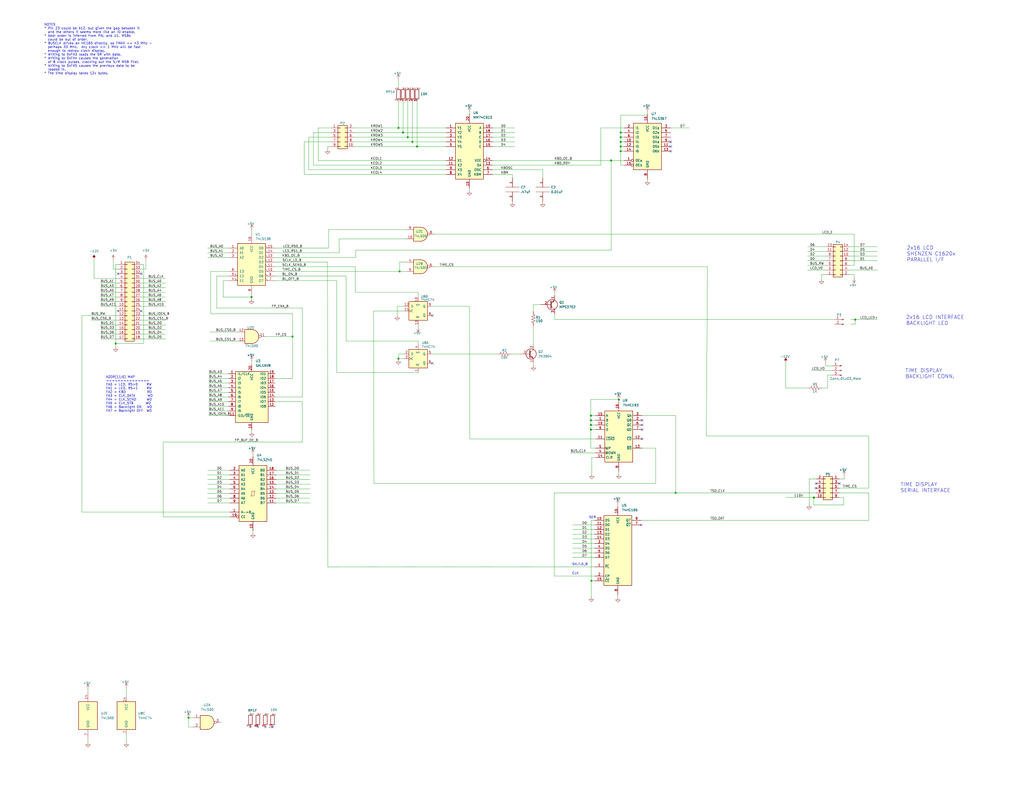
<source format=kicad_sch>
(kicad_sch (version 20211123) (generator eeschema)
  (paper "C")
  (title_block (title "TrueTime XL-DC Display Front Panel") (date "2022_0520") (company "Gary Milliorn"))
  (junction (at 466.725 174.498))
  (junction (at 338.709 77.47))
  (junction (at 222.504 74.93))
  (junction (at 338.709 80.01))
  (junction (at 217.424 195.834))
  (junction (at 225.044 77.47))
  (junction (at 137.287 162.179))
  (junction (at 322.707 317.119))
  (junction (at 159.639 183.769))
  (junction (at 337.693 218.186))
  (junction (at 63.119 187.579))
  (junction (at 338.709 74.93))
  (junction (at 322.453 232.029))
  (junction (at 322.453 226.949))
  (junction (at 338.709 82.55))
  (junction (at 227.584 80.01))
  (junction (at 218.059 148.209))
  (junction (at 322.453 229.489))
  (junction (at 219.964 72.39))
  (junction (at 333.502 87.63))
  (junction (at 217.424 69.85))
  (junction (at 444.119 271.653))
  (junction (at 368.681 269.113))
  (junction (at 322.453 234.569))
  (junction (at 338.709 72.39))
  (junction (at 102.87 391.922))
  (junction (at 444.119 271.78))
  (no_connect (at 350.393 239.649))
  (no_connect (at 350.393 234.569))
  (no_connect (at 350.393 229.489))
  (no_connect (at 350.393 232.029))
  (no_connect (at 235.839 172.339))
  (no_connect (at 235.839 198.374))
  (no_connect (at 148.717 397.002))
  (no_connect (at 458.089 264.033))
  (no_connect (at 77.089 169.799))
  (no_connect (at 64.389 169.799))
  (no_connect (at 366.014 77.47))
  (no_connect (at 366.014 80.01))
  (no_connect (at 366.014 82.55))
  (no_connect (at 144.78 396.875))
  (no_connect (at 64.389 149.479))
  (no_connect (at 77.089 149.479))
  (no_connect (at 349.885 286.639))
  (no_connect (at 140.716 396.875))
  (no_connect (at 136.652 396.875))
  (no_connect (at 445.389 264.033))
  (no_connect (at 445.262 266.573))
  (wire (pts (xy 178.816 80.01) (xy 178.816 81.534)))
  (wire (pts (xy 61.849 141.859) (xy 61.849 146.939)))
  (wire (pts (xy 113.919 219.329) (xy 124.714 219.329)))
  (wire (pts (xy 466.725 177.038) (xy 466.725 174.498)))
  (wire (pts (xy 150.749 274.574) (xy 169.164 274.574)))
  (wire (pts (xy 368.681 269.113) (xy 302.387 269.113)))
  (wire (pts (xy 445.389 261.493) (xy 441.579 261.493)))
  (wire (pts (xy 150.749 266.954) (xy 169.164 266.954)))
  (wire (pts (xy 444.119 271.78) (xy 444.119 275.717)))
  (wire (pts (xy 235.839 167.259) (xy 256.159 167.259)))
  (wire (pts (xy 221.869 143.129) (xy 218.059 143.129)))
  (wire (pts (xy 243.459 92.71) (xy 168.529 92.71)))
  (wire (pts (xy 322.453 226.949) (xy 324.993 226.949)))
  (wire (pts (xy 268.859 90.17) (xy 327.914 90.17)))
  (wire (pts (xy 322.453 226.949) (xy 322.453 229.489)))
  (wire (pts (xy 165.989 95.25) (xy 243.459 95.25)))
  (wire (pts (xy 113.919 206.629) (xy 124.714 206.629)))
  (wire (pts (xy 368.681 226.949) (xy 368.681 269.113)))
  (wire (pts (xy 353.314 62.865) (xy 338.709 62.865)))
  (wire (pts (xy 466.09 149.987) (xy 466.09 151.892)))
  (wire (pts (xy 220.599 167.259) (xy 216.789 167.259)))
  (wire (pts (xy 137.414 125.349) (xy 137.287 127.889)))
  (wire (pts (xy 188.849 186.309) (xy 228.219 186.309)))
  (wire (pts (xy 168.529 92.71) (xy 168.529 74.93)))
  (wire (pts (xy 113.284 135.509) (xy 124.587 135.509)))
  (wire (pts (xy 89.027 282.194) (xy 125.349 282.194)))
  (wire (pts (xy 295.021 166.37) (xy 291.084 166.37)))
  (wire (pts (xy 338.709 74.93) (xy 338.709 77.47)))
  (wire (pts (xy 217.424 69.85) (xy 243.459 69.85)))
  (wire (pts (xy 77.089 157.099) (xy 90.424 157.099)))
  (wire (pts (xy 77.089 154.559) (xy 90.424 154.559)))
  (wire (pts (xy 121.793 153.289) (xy 121.793 162.179)))
  (wire (pts (xy 296.164 109.855) (xy 296.164 110.49)))
  (wire (pts (xy 322.453 244.729) (xy 322.453 234.569)))
  (wire (pts (xy 463.55 147.447) (xy 478.79 147.447)))
  (wire (pts (xy 185.039 138.049) (xy 185.039 130.429)))
  (wire (pts (xy 185.039 130.429) (xy 221.869 130.429)))
  (wire (pts (xy 302.641 174.498) (xy 455.295 174.498)))
  (wire (pts (xy 268.859 80.01) (xy 280.924 80.01)))
  (wire (pts (xy 113.284 140.589) (xy 124.587 140.589)))
  (wire (pts (xy 64.389 152.019) (xy 51.308 152.019)))
  (wire (pts (xy 218.059 143.129) (xy 218.059 148.209)))
  (wire (pts (xy 150.749 272.034) (xy 169.164 272.034)))
  (wire (pts (xy 322.453 232.029) (xy 322.453 234.569)))
  (wire (pts (xy 324.993 234.569) (xy 322.453 234.569)))
  (wire (pts (xy 54.864 162.179) (xy 64.389 162.179)))
  (wire (pts (xy 464.185 177.038) (xy 466.725 177.038)))
  (wire (pts (xy 322.453 229.489) (xy 322.453 232.029)))
  (wire (pts (xy 338.709 72.39) (xy 338.709 74.93)))
  (wire (pts (xy 159.639 183.769) (xy 159.639 206.629)))
  (wire (pts (xy 180.594 72.39) (xy 171.069 72.39)))
  (wire (pts (xy 78.359 144.399) (xy 77.089 144.399)))
  (wire (pts (xy 454.152 204.851) (xy 451.612 204.851)))
  (wire (pts (xy 218.059 148.209) (xy 221.869 148.209)))
  (wire (pts (xy 340.614 90.17) (xy 338.709 90.17)))
  (wire (pts (xy 150.749 269.494) (xy 169.164 269.494)))
  (wire (pts (xy 113.284 266.954) (xy 125.349 266.954)))
  (wire (pts (xy 324.993 249.809) (xy 322.961 249.809)))
  (wire (pts (xy 149.987 138.049) (xy 185.039 138.049)))
  (wire (pts (xy 121.793 162.179) (xy 137.287 162.179)))
  (wire (pts (xy 312.547 299.339) (xy 324.485 299.339)))
  (wire (pts (xy 137.287 160.909) (xy 137.287 162.179)))
  (wire (pts (xy 77.089 179.959) (xy 90.424 179.959)))
  (wire (pts (xy 118.237 150.749) (xy 124.587 150.749)))
  (wire (pts (xy 183.769 153.289) (xy 149.987 153.289)))
  (wire (pts (xy 180.594 69.85) (xy 173.609 69.85)))
  (wire (pts (xy 173.609 87.63) (xy 243.459 87.63)))
  (wire (pts (xy 440.69 144.907) (xy 450.85 144.907)))
  (wire (pts (xy 440.69 139.827) (xy 450.85 139.827)))
  (wire (pts (xy 113.919 209.169) (xy 124.714 209.169)))
  (wire (pts (xy 164.973 219.329) (xy 164.973 241.427)))
  (wire (pts (xy 114.935 148.209) (xy 114.935 171.323)))
  (wire (pts (xy 150.114 216.789) (xy 164.973 216.789)))
  (wire (pts (xy 164.973 168.275) (xy 164.973 216.789)))
  (wire (pts (xy 337.693 257.429) (xy 337.693 258.826)))
  (wire (pts (xy 227.584 80.01) (xy 243.459 80.01)))
  (wire (pts (xy 44.704 172.339) (xy 44.704 279.654)))
  (wire (pts (xy 48.006 403.479) (xy 48.006 405.384)))
  (wire (pts (xy 279.654 95.25) (xy 279.654 97.155)))
  (wire (pts (xy 450.469 199.771) (xy 454.152 199.771)))
  (wire (pts (xy 268.859 77.47) (xy 280.924 77.47)))
  (wire (pts (xy 149.987 145.669) (xy 193.929 145.669)))
  (wire (pts (xy 228.219 186.309) (xy 228.219 188.214)))
  (wire (pts (xy 102.87 397.002) (xy 102.87 391.922)))
  (wire (pts (xy 114.554 186.309) (xy 129.794 186.309)))
  (wire (pts (xy 464.185 174.498) (xy 466.725 174.498)))
  (wire (pts (xy 340.614 77.47) (xy 338.709 77.47)))
  (wire (pts (xy 322.707 317.119) (xy 322.707 326.009)))
  (wire (pts (xy 338.709 80.01) (xy 338.709 82.55)))
  (wire (pts (xy 368.681 269.113) (xy 445.389 269.113)))
  (wire (pts (xy 444.119 271.653) (xy 444.119 271.78)))
  (wire (pts (xy 227.584 55.245) (xy 227.584 80.01)))
  (wire (pts (xy 337.185 324.739) (xy 337.185 326.263)))
  (wire (pts (xy 159.639 206.629) (xy 150.114 206.629)))
  (wire (pts (xy 225.044 55.245) (xy 225.044 77.47)))
  (wire (pts (xy 322.961 249.809) (xy 322.961 258.953)))
  (wire (pts (xy 193.294 74.93) (xy 222.504 74.93)))
  (wire (pts (xy 312.547 286.639) (xy 324.485 286.639)))
  (wire (pts (xy 193.929 145.669) (xy 193.929 159.639)))
  (wire (pts (xy 460.375 271.653) (xy 460.375 275.717)))
  (wire (pts (xy 193.294 72.39) (xy 219.964 72.39)))
  (wire (pts (xy 44.704 279.654) (xy 125.349 279.654)))
  (wire (pts (xy 279.019 193.294) (xy 283.464 193.294)))
  (wire (pts (xy 54.864 159.639) (xy 64.389 159.639)))
  (wire (pts (xy 64.389 146.939) (xy 61.849 146.939)))
  (wire (pts (xy 180.594 80.01) (xy 178.816 80.01)))
  (wire (pts (xy 113.919 224.409) (xy 124.714 224.409)))
  (wire (pts (xy 311.277 247.269) (xy 324.993 247.269)))
  (wire (pts (xy 77.089 185.039) (xy 90.424 185.039)))
  (wire (pts (xy 54.864 177.419) (xy 64.389 177.419)))
  (wire (pts (xy 77.089 164.719) (xy 90.424 164.719)))
  (wire (pts (xy 113.919 211.709) (xy 124.714 211.709)))
  (wire (pts (xy 138.049 289.814) (xy 138.049 291.084)))
  (wire (pts (xy 428.752 197.993) (xy 428.752 211.836)))
  (wire (pts (xy 113.284 264.414) (xy 125.349 264.414)))
  (wire (pts (xy 179.324 125.349) (xy 221.869 125.349)))
  (wire (pts (xy 68.961 400.939) (xy 68.961 405.384)))
  (wire (pts (xy 474.091 269.113) (xy 474.091 284.099)))
  (wire (pts (xy 78.359 187.579) (xy 78.359 144.399)))
  (wire (pts (xy 466.725 174.498) (xy 478.79 174.498)))
  (wire (pts (xy 268.859 69.85) (xy 280.924 69.85)))
  (wire (pts (xy 291.084 198.374) (xy 291.084 199.644)))
  (wire (pts (xy 256.159 102.87) (xy 256.159 104.14)))
  (wire (pts (xy 77.089 177.419) (xy 90.424 177.419)))
  (wire (pts (xy 113.284 256.794) (xy 125.349 256.794)))
  (wire (pts (xy 188.849 150.749) (xy 188.849 186.309)))
  (wire (pts (xy 463.55 144.907) (xy 466.09 144.907)))
  (wire (pts (xy 312.547 304.419) (xy 324.485 304.419)))
  (wire (pts (xy 89.027 241.427) (xy 89.027 282.194)))
  (wire (pts (xy 268.859 95.25) (xy 279.654 95.25)))
  (wire (pts (xy 217.424 195.834) (xy 217.424 196.469)))
  (wire (pts (xy 228.219 203.454) (xy 183.769 203.454)))
  (wire (pts (xy 64.389 179.959) (xy 54.864 179.959)))
  (wire (pts (xy 51.308 141.732) (xy 51.308 152.019)))
  (wire (pts (xy 357.759 264.033) (xy 204.089 264.033)))
  (wire (pts (xy 113.919 226.949) (xy 124.714 226.949)))
  (wire (pts (xy 137.287 162.179) (xy 137.287 163.449)))
  (wire (pts (xy 302.387 314.579) (xy 324.485 314.579)))
  (wire (pts (xy 448.31 149.987) (xy 448.31 152.527)))
  (wire (pts (xy 302.641 171.45) (xy 302.641 174.498)))
  (wire (pts (xy 137.414 234.569) (xy 137.414 235.839)))
  (wire (pts (xy 324.485 284.099) (xy 322.707 284.099)))
  (wire (pts (xy 324.993 239.649) (xy 256.413 239.649)))
  (wire (pts (xy 366.014 69.85) (xy 376.174 69.85)))
  (wire (pts (xy 105.41 397.002) (xy 102.87 397.002)))
  (wire (pts (xy 340.614 82.55) (xy 338.709 82.55)))
  (wire (pts (xy 312.547 291.719) (xy 324.485 291.719)))
  (wire (pts (xy 428.752 211.836) (xy 440.944 211.836)))
  (wire (pts (xy 463.55 139.827) (xy 478.79 139.827)))
  (wire (pts (xy 114.935 171.323) (xy 159.639 171.323)))
  (wire (pts (xy 204.089 264.033) (xy 203.835 169.799)))
  (wire (pts (xy 302.387 269.113) (xy 302.387 314.579)))
  (wire (pts (xy 353.314 97.79) (xy 353.314 98.425)))
  (wire (pts (xy 150.749 259.334) (xy 169.164 259.334)))
  (wire (pts (xy 357.759 244.729) (xy 357.759 264.033)))
  (wire (pts (xy 333.502 87.63) (xy 340.614 87.63)))
  (wire (pts (xy 322.453 218.186) (xy 322.453 226.949)))
  (wire (pts (xy 350.393 226.949) (xy 368.681 226.949)))
  (wire (pts (xy 165.989 77.47) (xy 165.989 95.25)))
  (wire (pts (xy 448.564 211.836) (xy 451.612 211.836)))
  (wire (pts (xy 102.87 391.922) (xy 105.41 391.922)))
  (wire (pts (xy 219.964 55.245) (xy 219.964 72.39)))
  (wire (pts (xy 118.237 150.749) (xy 118.237 168.275)))
  (wire (pts (xy 322.453 232.029) (xy 324.993 232.029)))
  (wire (pts (xy 77.089 162.179) (xy 90.424 162.179)))
  (wire (pts (xy 302.641 160.02) (xy 302.641 161.29)))
  (wire (pts (xy 268.859 87.63) (xy 333.502 87.63)))
  (wire (pts (xy 54.864 182.499) (xy 64.389 182.499)))
  (wire (pts (xy 193.294 80.01) (xy 227.584 80.01)))
  (wire (pts (xy 225.044 77.47) (xy 243.459 77.47)))
  (wire (pts (xy 338.709 74.93) (xy 340.614 74.93)))
  (wire (pts (xy 113.919 221.869) (xy 124.714 221.869)))
  (wire (pts (xy 428.879 271.653) (xy 444.119 271.653)))
  (wire (pts (xy 268.859 92.71) (xy 296.164 92.71)))
  (wire (pts (xy 217.424 195.834) (xy 220.599 195.834)))
  (wire (pts (xy 150.749 256.794) (xy 169.164 256.794)))
  (wire (pts (xy 256.159 60.96) (xy 256.159 62.23)))
  (wire (pts (xy 466.09 127.889) (xy 466.09 144.907)))
  (wire (pts (xy 322.707 284.099) (xy 322.707 317.119)))
  (wire (pts (xy 217.424 55.245) (xy 217.424 69.85)))
  (wire (pts (xy 458.089 269.113) (xy 474.091 269.113)))
  (wire (pts (xy 159.639 171.323) (xy 159.639 183.769)))
  (wire (pts (xy 149.987 148.209) (xy 218.059 148.209)))
  (wire (pts (xy 268.859 72.39) (xy 280.924 72.39)))
  (wire (pts (xy 440.69 142.367) (xy 450.85 142.367)))
  (wire (pts (xy 220.599 193.294) (xy 217.424 193.294)))
  (wire (pts (xy 322.453 218.186) (xy 337.693 218.186)))
  (wire (pts (xy 77.089 159.639) (xy 90.424 159.639)))
  (wire (pts (xy 145.034 183.769) (xy 159.639 183.769)))
  (wire (pts (xy 279.654 109.855) (xy 279.654 110.49)))
  (wire (pts (xy 79.629 146.939) (xy 77.089 146.939)))
  (wire (pts (xy 171.069 72.39) (xy 171.069 90.17)))
  (wire (pts (xy 79.629 141.859) (xy 79.629 146.939)))
  (wire (pts (xy 113.919 204.089) (xy 124.714 204.089)))
  (wire (pts (xy 338.709 80.01) (xy 340.614 80.01)))
  (wire (pts (xy 312.547 296.799) (xy 324.485 296.799)))
  (wire (pts (xy 183.769 153.289) (xy 183.769 203.454)))
  (wire (pts (xy 350.393 244.729) (xy 357.759 244.729)))
  (wire (pts (xy 118.237 168.275) (xy 164.973 168.275)))
  (wire (pts (xy 129.794 181.229) (xy 114.554 181.229)))
  (wire (pts (xy 164.973 241.427) (xy 89.027 241.427)))
  (wire (pts (xy 68.961 375.539) (xy 68.961 380.619)))
  (wire (pts (xy 322.453 229.489) (xy 324.993 229.489)))
  (wire (pts (xy 444.119 271.653) (xy 445.389 271.653)))
  (wire (pts (xy 450.469 197.993) (xy 450.469 199.771)))
  (wire (pts (xy 296.164 92.71) (xy 296.164 97.155)))
  (wire (pts (xy 194.056 140.589) (xy 194.056 136.652)))
  (wire (pts (xy 54.864 154.559) (xy 64.389 154.559)))
  (wire (pts (xy 463.55 134.747) (xy 478.79 134.747)))
  (wire (pts (xy 113.284 269.494) (xy 125.349 269.494)))
  (wire (pts (xy 54.864 157.099) (xy 64.389 157.099)))
  (wire (pts (xy 237.109 145.669) (xy 386.08 145.669)))
  (wire (pts (xy 235.839 193.294) (xy 271.399 193.294)))
  (wire (pts (xy 179.324 135.509) (xy 179.324 125.349)))
  (wire (pts (xy 77.089 167.259) (xy 90.424 167.259)))
  (wire (pts (xy 64.389 174.879) (xy 49.784 174.879)))
  (wire (pts (xy 149.987 143.129) (xy 178.689 143.129)))
  (wire (pts (xy 228.219 177.419) (xy 228.219 178.689)))
  (wire (pts (xy 460.629 259.715) (xy 460.629 261.493)))
  (wire (pts (xy 440.69 134.747) (xy 450.85 134.747)))
  (wire (pts (xy 463.55 149.987) (xy 466.09 149.987)))
  (wire (pts (xy 194.056 136.652) (xy 333.502 136.652)))
  (wire (pts (xy 322.707 317.119) (xy 324.485 317.119)))
  (wire (pts (xy 291.084 177.8) (xy 291.084 188.214)))
  (wire (pts (xy 149.987 150.749) (xy 188.849 150.749)))
  (wire (pts (xy 178.689 143.129) (xy 178.943 309.626)))
  (wire (pts (xy 113.284 274.574) (xy 125.349 274.574)))
  (wire (pts (xy 450.85 149.987) (xy 448.31 149.987)))
  (wire (pts (xy 193.294 69.85) (xy 217.424 69.85)))
  (wire (pts (xy 219.964 72.39) (xy 243.459 72.39)))
  (wire (pts (xy 113.284 138.049) (xy 124.587 138.049)))
  (wire (pts (xy 237.109 127.889) (xy 466.09 127.889)))
  (wire (pts (xy 291.084 166.37) (xy 291.084 170.18)))
  (wire (pts (xy 312.547 301.879) (xy 324.485 301.879)))
  (wire (pts (xy 442.722 202.311) (xy 454.152 202.311)))
  (wire (pts (xy 63.119 144.399) (xy 63.119 187.579)))
  (wire (pts (xy 63.119 187.579) (xy 63.119 189.484)))
  (wire (pts (xy 113.284 259.334) (xy 125.349 259.334)))
  (wire (pts (xy 337.693 218.186) (xy 337.693 219.329)))
  (wire (pts (xy 178.943 309.626) (xy 324.485 309.499)))
  (wire (pts (xy 463.55 142.367) (xy 478.79 142.367)))
  (wire (pts (xy 222.504 74.93) (xy 243.459 74.93)))
  (wire (pts (xy 444.119 275.717) (xy 460.375 275.717)))
  (wire (pts (xy 458.089 266.573) (xy 474.091 266.573)))
  (wire (pts (xy 228.219 162.179) (xy 228.219 159.639)))
  (wire (pts (xy 386.08 145.669) (xy 385.445 238.125)))
  (wire (pts (xy 217.424 193.294) (xy 217.424 195.834)))
  (wire (pts (xy 312.547 294.259) (xy 324.485 294.259)))
  (wire (pts (xy 77.089 172.339) (xy 90.424 172.339)))
  (wire (pts (xy 222.504 55.245) (xy 222.504 74.93)))
  (wire (pts (xy 338.709 62.865) (xy 338.709 72.39)))
  (wire (pts (xy 54.864 164.719) (xy 64.389 164.719)))
  (wire (pts (xy 77.089 174.879) (xy 90.424 174.879)))
  (wire (pts (xy 124.587 148.209) (xy 114.935 148.209)))
  (wire (pts (xy 138.049 247.904) (xy 138.049 249.174)))
  (wire (pts (xy 327.914 69.85) (xy 327.914 90.17)))
  (wire (pts (xy 149.987 135.509) (xy 179.324 135.509)))
  (wire (pts (xy 137.414 197.104) (xy 137.414 199.009)))
  (wire (pts (xy 171.069 90.17) (xy 243.459 90.17)))
  (wire (pts (xy 150.114 219.329) (xy 164.973 219.329)))
  (wire (pts (xy 77.089 152.019) (xy 90.424 152.019)))
  (wire (pts (xy 124.587 153.289) (xy 121.793 153.289)))
  (wire (pts (xy 193.929 159.639) (xy 228.219 159.639)))
  (wire (pts (xy 64.389 144.399) (xy 63.119 144.399)))
  (wire (pts (xy 268.859 74.93) (xy 280.924 74.93)))
  (wire (pts (xy 349.885 284.099) (xy 474.091 284.099)))
  (wire (pts (xy 338.709 90.17) (xy 338.709 82.55)))
  (wire (pts (xy 203.835 169.799) (xy 220.599 169.799)))
  (wire (pts (xy 441.579 261.493) (xy 441.579 275.59)))
  (wire (pts (xy 474.091 238.125) (xy 474.091 266.573)))
  (wire (pts (xy 324.993 244.729) (xy 322.453 244.729)))
  (wire (pts (xy 44.704 172.339) (xy 64.389 172.339)))
  (wire (pts (xy 440.69 137.287) (xy 450.85 137.287)))
  (wire (pts (xy 385.445 238.125) (xy 474.091 238.125)))
  (wire (pts (xy 256.159 167.259) (xy 256.413 239.649)))
  (wire (pts (xy 173.609 69.85) (xy 173.609 87.63)))
  (wire (pts (xy 54.864 167.259) (xy 64.389 167.259)))
  (wire (pts (xy 113.919 214.249) (xy 124.714 214.249)))
  (wire (pts (xy 333.502 87.63) (xy 333.502 136.652)))
  (wire (pts (xy 353.314 60.96) (xy 353.314 62.23)))
  (wire (pts (xy 180.594 77.47) (xy 165.989 77.47)))
  (wire (pts (xy 440.69 147.447) (xy 450.85 147.447)))
  (wire (pts (xy 463.55 137.287) (xy 478.79 137.287)))
  (wire (pts (xy 54.864 185.039) (xy 64.389 185.039)))
  (wire (pts (xy 113.919 216.789) (xy 124.714 216.789)))
  (wire (pts (xy 149.987 140.589) (xy 194.056 140.589)))
  (wire (pts (xy 168.529 74.93) (xy 180.594 74.93)))
  (wire (pts (xy 48.006 376.174) (xy 48.006 378.079)))
  (wire (pts (xy 337.185 275.463) (xy 337.185 276.479)))
  (wire (pts (xy 113.284 272.034) (xy 125.349 272.034)))
  (wire (pts (xy 216.789 167.259) (xy 216.789 172.339)))
  (wire (pts (xy 63.119 187.579) (xy 78.359 187.579)))
  (wire (pts (xy 150.749 261.874) (xy 169.164 261.874)))
  (wire (pts (xy 217.424 43.18) (xy 217.424 47.625)))
  (wire (pts (xy 113.284 261.874) (xy 125.349 261.874)))
  (wire (pts (xy 312.547 289.179) (xy 324.485 289.179)))
  (wire (pts (xy 340.614 69.85) (xy 327.914 69.85)))
  (wire (pts (xy 460.375 271.653) (xy 458.089 271.653)))
  (wire (pts (xy 338.709 77.47) (xy 338.709 80.01)))
  (wire (pts (xy 458.089 261.493) (xy 460.629 261.493)))
  (wire (pts (xy 338.709 72.39) (xy 340.614 72.39)))
  (wire (pts (xy 193.294 77.47) (xy 225.044 77.47)))
  (wire (pts (xy 77.089 182.499) (xy 90.424 182.499)))
  (wire (pts (xy 150.749 264.414) (xy 169.164 264.414)))
  (wire (pts (xy 451.612 204.851) (xy 451.612 211.836)))
  (text "SER" (at 321.437 283.337 0) (effects (font (size 1.27 1.27)) (justify left bottom)))
  (text "TIME DISPLAY\nSERIAL INTERFACE" (at 491.363 269.113 0) (effects (font (size 2 2)) (justify left bottom)))
  (text "2x16 LCD INTERFACE\nBACKLIGHT LED" (at 494.411 177.8 0) (effects (font (size 2 2)) (justify left bottom)))
  (text "ADDR[11:0] MAP\n===============\nFA0 = LCD, RS=0     RW\nFA1 = LCD, RS=1     RW\nFA2 = KBD            RO\nFA3 = CLK_DATA       WO\nFA4 = CLK_SEND      WO\nFA5 = CLK_STB       WO\nFA6 = Backlight ON   WO\nFA7 = Backlight OFF  WO" (at 57.785 225.171 0) (effects (font (size 1.27 1.27)) (justify left bottom)))
  (text "CLK" (at 312.166 313.944 0) (effects (font (size 1.27 1.27)) (justify left bottom)))
  (text "TIME DISPLAY\nBACKLIGHT CONN." (at 494.03 206.883 0) (effects (font (size 2 2)) (justify left bottom)))
  (text "SH/LD_B" (at 312.166 308.991 0) (effects (font (size 1.27 1.27)) (justify left bottom)))
  (text "NOTES\n* Pin 23 could be A12, but given the gap between it\n  and the others it seems more like an IO enable.\n* Addr order is inferred from PAL and U1, MSBs\n  could be out of order.\n* BUSCLK drives an HC165 directly, so FMAX <= 43 MHz -\n  perhaps 33 MHz.  Any clock >= 1 MHz will be fast\n  enough to redraw clock display.\n* Writing to 0xFA3 loads the SR with data.\n* Writing to 0xFA4 causes the generation\n  of 8 clock pulses, clocking out the S/R MSB first.\n* Writing to 0xFA5 causes the previous data to be\n  loaded in.\n* The time display takes 12x bytes." (at 24.13 40.894 0) (effects (font (size 1.27 1.27)) (justify left bottom)))
  (text "2x16 LCD\nSHENZEN C1620x\nPARALLEL I/F" (at 494.792 143.129 0) (effects (font (size 2 2)) (justify left bottom)))
  (label "D1" (at 317.627 289.179 0))
  (label "KCOL1" (at 202.184 87.63 0))
  (label "BUS_CS1_B" (at 80.899 174.879 0))
  (label "KROW2" (at 202.184 72.39 0))
  (label "D2" (at 118.364 261.874 0))
  (label "LCD_VO" (at 442.976 202.311 0))
  (label "FP_CS" (at 150.368 183.769 0))
  (label "D3" (at 118.364 264.414 0))
  (label "TIME_CS" (at 459.74 266.573 0))
  (label "BUS_CLK" (at 311.277 247.269 0))
  (label "BUS_RW" (at 49.784 172.339 0))
  (label "BUS_A3" (at 54.864 157.099 0))
  (label "D1" (at 469.265 142.367 0))
  (label "D4" (at 317.627 296.799 0))
  (label "BUS_A6" (at 80.899 162.179 0))
  (label "TIME_CS" (at 239.776 145.669 0))
  (label "BUS_D7" (at 54.864 185.039 0))
  (label "D0" (at 118.364 256.794 0))
  (label "LCD_RS0_B" (at 154.305 135.509 0))
  (label "BUS_IOEN_B" (at 80.899 172.339 0))
  (label "LCD_RS1_B" (at 154.178 138.049 0))
  (label "BUS_IOEN_B" (at 113.919 226.949 0))
  (label "D4" (at 441.96 137.287 0))
  (label "LCD_E" (at 448.564 127.889 0))
  (label "BUS_A6" (at 113.919 211.709 0))
  (label "BUS_D6" (at 155.829 272.034 0))
  (label "D5" (at 469.265 137.287 0))
  (label "BL_OFF_B" (at 153.924 153.289 0))
  (label "BUS_A3" (at 113.919 204.089 0))
  (label "BUS_A5" (at 113.919 209.169 0))
  (label "LCD_V0" (at 441.96 147.447 0))
  (label "D2" (at 273.304 74.93 0))
  (label "BUS_D5" (at 155.829 269.494 0))
  (label "BUS_A8" (at 80.899 164.719 0))
  (label "D5" (at 118.364 269.494 0))
  (label "BUS_A10" (at 113.919 221.869 0))
  (label "D0" (at 441.96 142.367 0))
  (label "BUS_A5" (at 54.864 159.639 0))
  (label "BUS_D2" (at 80.899 179.959 0))
  (label "BUS_D4" (at 155.829 266.954 0))
  (label "D6" (at 441.96 134.747 0))
  (label "KROW1" (at 202.184 69.85 0))
  (label "BUS_A10" (at 80.899 167.259 0))
  (label "D3" (at 469.265 139.827 0))
  (label "KBOSC" (at 273.304 92.71 0))
  (label "BUS_D4" (at 80.899 182.499 0))
  (label "D5" (at 317.627 299.339 0))
  (label "BUS_A0" (at 114.554 135.509 0))
  (label "BUS_A4" (at 113.919 206.629 0))
  (label "BUS_A9" (at 54.864 164.719 0))
  (label "TIME_CS_B" (at 154.051 148.209 0))
  (label "FP_ENA_B" (at 148.209 168.275 0))
  (label "BUS_A0" (at 469.138 147.447 0))
  (label "BUS_A1" (at 54.864 154.559 0))
  (label "D7" (at 469.265 134.747 0))
  (label "BUS_CS1_B" (at 117.729 186.309 0))
  (label "D4" (at 118.364 266.954 0))
  (label "BUS_D7" (at 155.829 274.574 0))
  (label "D7" (at 371.094 69.85 0))
  (label "KROW4" (at 202.184 77.47 0))
  (label "BUS_D1" (at 54.864 177.419 0))
  (label "LCD_LED+" (at 469.265 174.498 0))
  (label "BUS_A4" (at 80.899 159.639 0))
  (label "KCOL4" (at 202.184 95.25 0))
  (label "D4" (at 273.304 80.01 0))
  (label "D3" (at 317.627 294.259 0))
  (label "BUS_A9" (at 113.919 219.329 0))
  (label "D6" (at 118.364 272.034 0))
  (label "D0" (at 317.627 286.639 0))
  (label "KBM" (at 273.304 95.25 0))
  (label "BUS_D3" (at 155.829 264.414 0))
  (label "BUS_D1" (at 155.829 259.334 0))
  (label "D7" (at 118.364 274.574 0))
  (label "D0" (at 273.304 69.85 0))
  (label "KROW5" (at 202.184 80.01 0))
  (label "D3" (at 273.304 77.47 0))
  (label "BUS_CS0_B" (at 117.729 181.229 0))
  (label "BUS_A2" (at 114.554 140.589 0))
  (label "BL_ON_B" (at 153.924 150.749 0))
  (label "BUS_CLK" (at 80.899 152.019 0))
  (label "KROW3" (at 202.184 74.93 0))
  (label "D1" (at 118.364 259.334 0))
  (label "SCLK_SEND_B" (at 153.924 145.669 0))
  (label "BUS_A2" (at 80.899 157.099 0))
  (label "KBD_OE_B" (at 302.514 87.63 0))
  (label "BUS_A7" (at 113.919 214.249 0))
  (label "TSD_CLK" (at 387.477 269.113 0))
  (label "110V" (at 433.324 271.653 0))
  (label "BUS_RW" (at 441.96 144.907 0))
  (label "BUS_D3" (at 54.864 179.959 0))
  (label "SCLK_LD_B" (at 154.051 143.129 0))
  (label "KBD_RDY" (at 302.514 90.17 0))
  (label "KBD_OE_B" (at 153.924 140.589 0))
  (label "BUS_A11" (at 113.919 224.409 0))
  (label "D2" (at 441.96 139.827 0))
  (label "BUS_A11" (at 54.864 167.259 0))
  (label "D2" (at 317.627 291.719 0))
  (label "FP_BUF_OE_B" (at 128.016 241.427 0))
  (label "TSD_DAT" (at 387.477 284.099 0))
  (label "BUS_D0" (at 155.829 256.794 0))
  (label "D6" (at 317.627 301.879 0))
  (label "KCOL2" (at 202.184 90.17 0))
  (label "BUS_A0" (at 80.899 154.559 0))
  (label "D1" (at 273.304 72.39 0))
  (label "BUS_D5" (at 80.899 185.039 0))
  (label "BUS_A7" (at 54.864 162.179 0))
  (label "D7" (at 317.627 304.419 0))
  (label "KCOL3" (at 202.184 92.71 0))
  (label "BUS_D2" (at 155.829 261.874 0))
  (label "BUS_A8" (at 113.919 216.789 0))
  (label "BUS_CS0_B" (at 49.784 174.879 0))
  (label "BUS_D0" (at 80.899 177.419 0))
  (label "BUS_A1" (at 114.554 138.049 0))
  (label "BUS_D6" (at 54.864 182.499 0))
  (symbol (lib_id "Device:R_Network09_Split") (at 225.044 51.435 0) (unit 4)
    (property "Reference" "RP1" (effects hide))
    (property "Value" "10K" (effects hide))
    (property "Footprint" "Resistor_THT:R_Array_SIP10" (effects hide))
    (property "Datasheet" "http://www.vishay.com/docs/31509/csc.pdf" (effects hide))
  )
  (symbol (lib_id "Device:R_Network09_Split") (at 222.504 51.435 0) (unit 3)
    (property "Reference" "RP1" (effects hide))
    (property "Value" "10K" (effects hide))
    (property "Footprint" "Resistor_THT:R_Array_SIP10" (effects hide))
    (property "Datasheet" "http://www.vishay.com/docs/31509/csc.pdf" (effects hide))
  )
  (symbol (lib_id "pspice:C") (at 279.654 103.505 0) (unit 1)
    (property "Reference" "C?" (at 284.099 102.2349 0) (effects (justify left)))
    (property "Value" ".47uF" (at 284.099 104.7749 0) (effects (justify left)))
  )
  (symbol (lib_id "Device:R_Network09_Split") (at 227.584 51.435 0) (unit 5)
    (property "Reference" "RP1" (effects hide))
    (property "Value" "10K" (at 229.489 51.308 0) (effects (justify left)))
    (property "Footprint" "Resistor_THT:R_Array_SIP10" (effects hide))
    (property "Datasheet" "http://www.vishay.com/docs/31509/csc.pdf" (effects hide))
  )
  (symbol (lib_id "Device:R_Network09_Split") (at 148.717 393.192 0) (unit 9)
    (property "Reference" "RP1" (effects hide))
    (property "Value" "10K" (at 147.574 387.604 0) (effects (justify left)))
    (property "Footprint" "Resistor_THT:R_Array_SIP10" (effects hide))
    (property "Datasheet" "http://www.vishay.com/docs/31509/csc.pdf" (effects hide))
  )
  (symbol (lib_id "power:GND") (at 322.707 326.009 0) (unit 1)
    (property "Reference" "#PWR?" (effects hide))
    (property "Value" "GND" (effects hide))
  )
  (symbol (lib_id "power:+5V") (at 137.414 197.104 0) (unit 1)
    (property "Reference" "#PWR?" (effects hide))
    (property "Value" "+5V" (at 136.779 193.929 0))
  )
  (symbol (lib_id "74xx:74LS00") (at 48.006 390.779 0) (unit 5)
    (property "Reference" "U2" (at 54.991 389.5089 0) (effects (justify left)))
    (property "Value" "74LS00" (at 54.991 392.0489 0) (effects (justify left)))
    (property "Datasheet" "http://www.ti.com/lit/gpn/sn74ls00" (effects hide))
  )
  (symbol (lib_id "power:GND") (at 441.579 275.59 0) (unit 1)
    (property "Reference" "#PWR?" (effects hide))
    (property "Value" "GND" (effects hide))
  )
  (symbol (lib_id "power:GND") (at 68.961 405.384 0) (unit 1)
    (property "Reference" "#PWR?" (effects hide))
    (property "Value" "GND" (effects hide))
  )
  (symbol (lib_id "power:GND") (at 256.159 104.14 0) (unit 1)
    (property "Reference" "#PWR?" (effects hide))
    (property "Value" "GND" (effects hide))
  )
  (symbol (lib_id "power:+5V") (at 460.629 259.715 0) (unit 1)
    (property "Reference" "#PWR?" (effects hide))
    (property "Value" "+5V" (at 459.994 256.54 0))
  )
  (symbol (lib_id "power:+5V") (at 137.414 125.349 0) (unit 1)
    (property "Reference" "#PWR?" (effects hide))
    (property "Value" "+5V" (at 136.779 122.174 0))
  )
  (symbol (lib_id "power:GND") (at 137.414 235.839 0) (unit 1)
    (property "Reference" "#PWR?" (effects hide))
    (property "Value" "GND" (effects hide))
  )
  (symbol (lib_id "74xx:74LS245") (at 138.049 269.494 0) (unit 1)
    (property "Reference" "U4" (at 140.0684 248.539 0) (effects (justify left)))
    (property "Value" "74LS245" (at 140.0684 251.079 0) (effects (justify left)))
    (property "Datasheet" "http://www.ti.com/lit/gpn/sn74LS245" (effects hide))
  )
  (symbol (lib_id "power:+5V") (at 68.961 375.539 0) (unit 1)
    (property "Reference" "#PWR?" (effects hide))
    (property "Value" "+5V" (at 68.326 372.364 0))
  )
  (symbol (lib_id "power:GND") (at 216.789 172.339 0) (unit 1)
    (property "Reference" "#PWR?" (effects hide))
    (property "Value" "GND" (effects hide))
  )
  (symbol (lib_id "Connector_Generic:Conn_02x05_Odd_Even") (at 453.009 266.573 0) (mirror y) (unit 1)
    (property "Reference" "P5" (at 451.739 258.953 0))
    (property "Value" "Conn_02x05_Odd_Even" (effects hide))
  )
  (symbol (lib_id "power:+5V") (at 302.641 160.02 0) (unit 1)
    (property "Reference" "#PWR?" (effects hide))
    (property "Value" "+5V" (at 302.006 156.845 0))
  )
  (symbol (lib_id "power:GND") (at 291.084 199.644 0) (unit 1)
    (property "Reference" "#PWR?" (effects hide))
    (property "Value" "GND" (effects hide))
  )
  (symbol (lib_id "power:+5V") (at 353.314 60.96 0) (unit 1)
    (property "Reference" "#PWR?" (effects hide))
    (property "Value" "+5V" (at 352.679 57.785 0))
  )
  (symbol (lib_id "Connector_Generic:Conn_02x05_Odd_Even") (at 185.674 74.93 0) (unit 1)
    (property "Reference" "P2" (at 186.944 67.31 0))
    (property "Value" "Conn_02x05_Odd_Even" (effects hide))
  )
  (symbol (lib_id "Device:R_Network09_Split") (at 219.964 51.435 0) (unit 2)
    (property "Reference" "RP1" (effects hide))
    (property "Value" "10K" (effects hide))
    (property "Footprint" "Resistor_THT:R_Array_SIP10" (effects hide))
    (property "Datasheet" "http://www.vishay.com/docs/31509/csc.pdf" (effects hide))
  )
  (symbol (lib_id "power:+5V") (at 337.185 275.463 0) (unit 1)
    (property "Reference" "#PWR?" (effects hide))
    (property "Value" "+5V" (at 336.55 272.288 0))
  )
  (symbol (lib_id "Device:R_Network09_Split") (at 136.652 393.065 0) (unit 6)
    (property "Reference" "RP1" (at 135.255 387.985 0) (effects (justify left)))
    (property "Value" "10K" (effects hide))
    (property "Footprint" "Resistor_THT:R_Array_SIP10" (effects hide))
    (property "Datasheet" "http://www.vishay.com/docs/31509/csc.pdf" (effects hide))
  )
  (symbol (lib_id "power:GND") (at 178.816 81.534 0) (unit 1)
    (property "Reference" "#PWR?" (effects hide))
    (property "Value" "GND" (effects hide))
  )
  (symbol (lib_id "power:GND") (at 63.119 189.484 0) (unit 1)
    (property "Reference" "#PWR?" (effects hide))
    (property "Value" "GND" (effects hide))
  )
  (symbol (lib_id "Connector_Generic:Conn_02x07_Odd_Even") (at 455.93 142.367 0) (mirror x) (unit 1)
    (property "Reference" "P4" (at 457.2 132.207 0))
    (property "Value" "Conn_02x07_Odd_Even" (effects hide))
  )
  (symbol (lib_id "74xx:74LS00") (at 229.489 127.889 0) (unit 3)
    (property "Reference" "U2" (at 228.854 126.365 0))
    (property "Value" "74LS00" (at 229.362 128.905 0))
    (property "Datasheet" "http://www.ti.com/lit/gpn/sn74ls00" (effects hide))
  )
  (symbol (lib_id "Device:R_US") (at 444.754 211.836 90) (unit 1)
    (property "Reference" "R5" (at 444.754 209.931 90))
    (property "Value" "1K" (at 444.754 213.741 90))
  )
  (symbol (lib_id "74xx:74LS138") (at 137.287 143.129 0) (unit 1)
    (property "Reference" "U1" (at 139.3064 127.889 0) (effects (justify left)))
    (property "Value" "74LS138" (at 139.3064 130.429 0) (effects (justify left)))
    (property "Datasheet" "http://www.ti.com/lit/gpn/sn74LS138" (effects hide))
  )
  (symbol (lib_id "pspice:C") (at 296.164 103.505 0) (unit 1)
    (property "Reference" "C2" (at 300.609 102.2349 0) (effects (justify left)))
    (property "Value" "0.01uF" (at 300.609 104.7749 0) (effects (justify left)))
  )
  (symbol (lib_id "Device:R_US") (at 291.084 173.99 180) (unit 1)
    (property "Reference" "R1" (at 292.354 173.355 0) (effects (justify right)))
    (property "Value" "150" (at 292.354 175.26 0) (effects (justify right)))
  )
  (symbol (lib_id "power:GND") (at 296.164 110.49 0) (unit 1)
    (property "Reference" "#PWR?" (effects hide))
    (property "Value" "GND" (effects hide))
  )
  (symbol (lib_id "74xx:74HC74") (at 68.961 390.779 0) (unit 3)
    (property "Reference" "U8" (at 75.311 389.5089 0) (effects (justify left)))
    (property "Value" "74HC74" (at 75.311 392.0489 0) (effects (justify left)))
    (property "Datasheet" "74xx/74hc_hct74.pdf" (effects hide))
  )
  (symbol (lib_id "power:GND") (at 322.961 258.953 0) (unit 1)
    (property "Reference" "#PWR?" (effects hide))
    (property "Value" "GND" (effects hide))
  )
  (symbol (lib_id "74xx:74LS367") (at 353.314 80.01 0) (unit 1)
    (property "Reference" "U7" (at 355.3334 62.23 0) (effects (justify left)))
    (property "Value" "74LS367" (at 355.3334 64.77 0) (effects (justify left)))
    (property "Datasheet" "http://www.ti.com/lit/gpn/sn74LS367" (effects hide))
  )
  (symbol (lib_id "power:GND") (at 137.287 163.449 0) (unit 1)
    (property "Reference" "#PWR?" (effects hide))
    (property "Value" "GND" (effects hide))
  )
  (symbol (lib_id "power:GND") (at 138.049 291.084 0) (unit 1)
    (property "Reference" "#PWR?" (effects hide))
    (property "Value" "GND" (effects hide))
  )
  (symbol (lib_id "74xx:74LS00") (at 229.489 145.669 0) (unit 2)
    (property "Reference" "U2" (at 228.854 144.018 0))
    (property "Value" "74LS00" (at 229.489 146.177 0))
    (property "Datasheet" "http://www.ti.com/lit/gpn/sn74ls00" (effects hide))
  )
  (symbol (lib_id "power:+5V") (at 256.159 60.96 0) (unit 1)
    (property "Reference" "#PWR?" (effects hide))
    (property "Value" "+5V" (at 255.524 57.785 0))
  )
  (symbol (lib_id "74xx:74LS00") (at 113.03 394.462 0) (unit 1)
    (property "Reference" "U2" (at 113.03 384.937 0))
    (property "Value" "74LS00" (at 113.03 387.477 0))
    (property "Datasheet" "http://www.ti.com/lit/gpn/sn74ls00" (effects hide))
  )
  (symbol (lib_id "Connector_Generic:Conn_02x17_Counter_Clockwise") (at 69.469 164.719 0) (unit 1)
    (property "Reference" "P1" (at 70.739 140.589 0))
    (property "Value" "Conn_02x17_Counter_Clockwise" (effects hide))
  )
  (symbol (lib_id "power:-12V") (at 428.752 197.993 0) (unit 1)
    (property "Reference" "#PWR?" (effects hide))
    (property "Value" "-12V" (at 428.371 194.691 0))
  )
  (symbol (lib_id "power:+5V") (at 337.693 218.186 0) (unit 1)
    (property "Reference" "#PWR?" (effects hide))
    (property "Value" "+5V" (at 337.058 215.011 0))
  )
  (symbol (lib_id "power:+5V") (at 466.09 151.892 0) (mirror x) (unit 1)
    (property "Reference" "#PWR?" (effects hide))
    (property "Value" "+5V" (at 467.36 155.702 0) (effects (justify right)))
  )
  (symbol (lib_id "Device:R_US") (at 275.209 193.294 90) (unit 1)
    (property "Reference" "R2" (at 275.209 191.389 90))
    (property "Value" "10K" (at 275.209 195.199 90))
  )
  (symbol (lib_id "74xx:MM74C923") (at 256.159 82.55 0) (unit 1)
    (property "Reference" "U6" (at 258.1784 61.595 0) (effects (justify left)))
    (property "Value" "MM74C923" (at 258.1784 64.135 0) (effects (justify left)))
    (property "Datasheet" "http://www.ti.com/lit/gpn/snMM74C923" (effects hide))
  )
  (symbol (lib_id "power:+5V") (at 79.629 141.859 0) (unit 1)
    (property "Reference" "#PWR?" (effects hide))
    (property "Value" "+5V" (at 79.629 136.779 0))
  )
  (symbol (lib_id "74xx:74LS165") (at 337.185 299.339 0) (unit 1)
    (property "Reference" "U5" (at 339.2044 275.971 0) (effects (justify left)))
    (property "Value" "74HC165" (at 339.2044 278.511 0) (effects (justify left)))
    (property "Datasheet" "https://www.ti.com/lit/ds/symlink/sn74ls165a.pdf" (effects hide))
  )
  (symbol (lib_id "74xx:74LS193") (at 337.693 237.109 0) (unit 1)
    (property "Reference" "U9" (at 339.7124 218.694 0) (effects (justify left)))
    (property "Value" "74HC193" (at 339.7124 221.234 0) (effects (justify left)))
    (property "Datasheet" "http://www.ti.com/lit/ds/symlink/sn74ls193.pdf" (effects hide))
  )
  (symbol (lib_id "power:GND") (at 48.006 405.384 0) (unit 1)
    (property "Reference" "#PWR?" (effects hide))
    (property "Value" "GND" (effects hide))
  )
  (symbol (lib_id "Logic_Programmable:GAL16V8") (at 137.414 216.789 0) (unit 1)
    (property "Reference" "U3" (at 139.4334 197.104 0) (effects (justify left)))
    (property "Value" "GAL16V8" (at 139.4334 199.644 0) (effects (justify left)))
  )
  (symbol (lib_id "power:GND") (at 279.654 110.49 0) (unit 1)
    (property "Reference" "#PWR?" (effects hide))
    (property "Value" "GND" (effects hide))
  )
  (symbol (lib_id "power:GND") (at 448.31 152.527 0) (unit 1)
    (property "Reference" "#PWR?" (effects hide))
    (property "Value" "GND" (effects hide))
  )
  (symbol (lib_id "power:+5V") (at 217.424 43.18 0) (unit 1)
    (property "Reference" "#PWR?" (effects hide))
    (property "Value" "+5V" (at 216.789 40.005 0))
  )
  (symbol (lib_id "power:GND") (at 337.185 326.263 0) (unit 1)
    (property "Reference" "#PWR?" (effects hide))
    (property "Value" "GND" (effects hide))
  )
  (symbol (lib_id "74xx:74HC74") (at 228.219 169.799 0) (unit 2)
    (property "Reference" "U8" (at 229.489 161.925 0) (effects (justify left)))
    (property "Value" "74HC74" (at 229.489 163.703 0) (effects (justify left)))
    (property "Datasheet" "74xx/74hc_hct74.pdf" (effects hide))
  )
  (symbol (lib_id "74xx:74HC74") (at 228.219 195.834 0) (unit 1)
    (property "Reference" "U8" (at 230.124 187.198 0) (effects (justify left)))
    (property "Value" "74HC74" (at 229.87 189.357 0) (effects (justify left)))
    (property "Datasheet" "74xx/74hc_hct74.pdf" (effects hide))
  )
  (symbol (lib_id "Transistor_BJT:2N3904") (at 288.544 193.294 0) (unit 1)
    (property "Reference" "Q2" (at 293.624 192.0239 0) (effects (justify left)))
    (property "Value" "2N3904" (at 293.624 194.5639 0) (effects (justify left)))
    (property "Footprint" "Package_TO_SOT_THT:TO-92_Inline" (effects hide))
    (property "Datasheet" "https://www.onsemi.com/pub/Collateral/2N3903-D.PDF" (effects hide))
  )
  (symbol (lib_id "power:+5V") (at 102.87 391.922 0) (unit 1)
    (property "Reference" "#PWR?" (effects hide))
    (property "Value" "+5V" (at 102.235 388.747 0))
  )
  (symbol (lib_id "Transistor_BJT:2N3905") (at 300.101 166.37 0) (mirror x) (unit 1)
    (property "Reference" "Q1" (at 305.181 165.0999 0) (effects (justify left)))
    (property "Value" "MPS3702" (at 305.181 167.6399 0) (effects (justify left)))
    (property "Footprint" "Package_TO_SOT_THT:TO-92_Inline" (effects hide))
    (property "Datasheet" "https://www.nteinc.com/specs/original/2N3905_06.pdf" (effects hide))
  )
  (symbol (lib_id "power:+5V") (at 450.469 197.993 0) (unit 1)
    (property "Reference" "#PWR?" (effects hide))
    (property "Value" "+5V" (at 449.834 194.818 0))
  )
  (symbol (lib_id "power:+5V") (at 61.849 141.859 0) (unit 1)
    (property "Reference" "#PWR?" (effects hide))
    (property "Value" "+5V" (at 61.849 136.779 0))
  )
  (symbol (lib_id "Device:R_Network09_Split") (at 217.424 51.435 0) (unit 1)
    (property "Reference" "RP1" (at 210.439 50.165 0) (effects (justify left)))
    (property "Value" "10K" (effects hide))
    (property "Footprint" "Resistor_THT:R_Array_SIP10" (effects hide))
    (property "Datasheet" "http://www.vishay.com/docs/31509/csc.pdf" (effects hide))
  )
  (symbol (lib_id "74xx:74LS00") (at 137.414 183.769 0) (unit 4)
    (property "Reference" "U2" (at 136.779 178.943 0))
    (property "Value" "74LS00" (at 137.287 188.849 0))
    (property "Datasheet" "http://www.ti.com/lit/gpn/sn74ls00" (effects hide))
  )
  (symbol (lib_id "Connector:Conn_01x03_Male") (at 459.232 202.311 0) (mirror y) (unit 1)
    (property "Reference" "P7" (at 455.422 196.596 0) (effects (justify right)))
    (property "Value" "Conn_01x03_Male" (at 452.882 206.756 0) (effects (justify right)))
  )
  (symbol (lib_id "Device:R_Network09_Split") (at 140.716 393.065 0) (unit 7)
    (property "Reference" "RP1" (effects hide))
    (property "Value" "10K" (effects hide))
    (property "Footprint" "Resistor_THT:R_Array_SIP10" (effects hide))
    (property "Datasheet" "http://www.vishay.com/docs/31509/csc.pdf" (effects hide))
  )
  (symbol (lib_id "power:GND") (at 217.424 196.469 0) (unit 1)
    (property "Reference" "#PWR?" (effects hide))
    (property "Value" "GND" (effects hide))
  )
  (symbol (lib_id "power:GND") (at 353.314 98.425 0) (unit 1)
    (property "Reference" "#PWR?" (effects hide))
    (property "Value" "GND" (effects hide))
  )
  (symbol (lib_id "power:-12V") (at 51.308 141.732 0) (unit 1)
    (property "Reference" "#PWR?" (effects hide))
    (property "Value" "-12V" (at 51.308 137.16 0))
  )
  (symbol (lib_id "power:GND") (at 337.693 258.826 0) (unit 1)
    (property "Reference" "#PWR?" (effects hide))
    (property "Value" "GND" (effects hide))
  )
  (symbol (lib_id "power:+5V") (at 228.219 178.689 0) (mirror x) (unit 1)
    (property "Reference" "#PWR?" (effects hide))
    (property "Value" "+5V" (at 227.584 181.864 0))
  )
  (symbol (lib_id "Device:R_Network09_Split") (at 144.78 393.065 0) (unit 8)
    (property "Reference" "RP1" (effects hide))
    (property "Value" "10K" (effects hide))
    (property "Footprint" "Resistor_THT:R_Array_SIP10" (effects hide))
    (property "Datasheet" "http://www.vishay.com/docs/31509/csc.pdf" (effects hide))
  )
  (symbol (lib_id "power:+5V") (at 48.006 376.174 0) (unit 1)
    (property "Reference" "#PWR?" (effects hide))
    (property "Value" "+5V" (at 47.371 372.999 0))
  )
  (symbol (lib_id "Connector:Conn_01x02_Male") (at 460.375 174.498 0) (mirror y) (unit 1)
    (property "Reference" "P3" (at 456.565 171.958 0) (effects (justify right)))
    (property "Value" "Conn_01x02_Male" (effects hide))
  )
  (symbol (lib_id "power:+5V") (at 138.049 247.904 0) (unit 1)
    (property "Reference" "#PWR?" (effects hide))
    (property "Value" "+5V" (at 137.414 244.729 0))
  )
)
</source>
